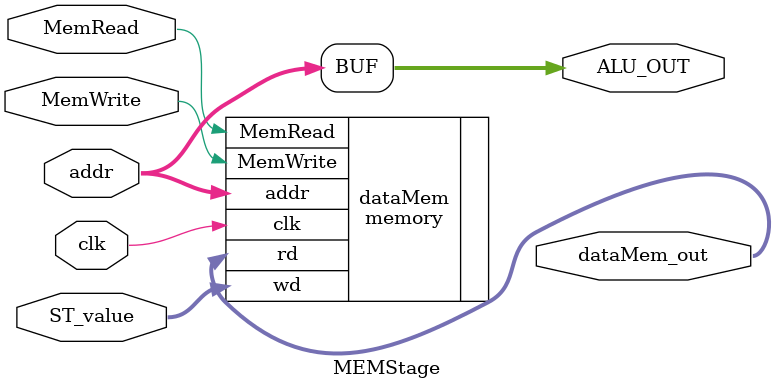
<source format=v>


module MEMStage (clk, MemRead, MemWrite, addr, ST_value, dataMem_out, ALU_OUT );
  input clk, MemRead, MemWrite;
  input [31:0] addr, ST_value;
  output [31:0]  dataMem_out, ALU_OUT;

  memory dataMem (
    .clk(clk),
    .MemWrite(MemWrite),
    .MemRead(MemRead),
    .addr(addr),
    .wd(ST_value),
    .rd(dataMem_out)
  );
  
  assign ALU_OUT = addr ;

endmodule // MEMStage
</source>
